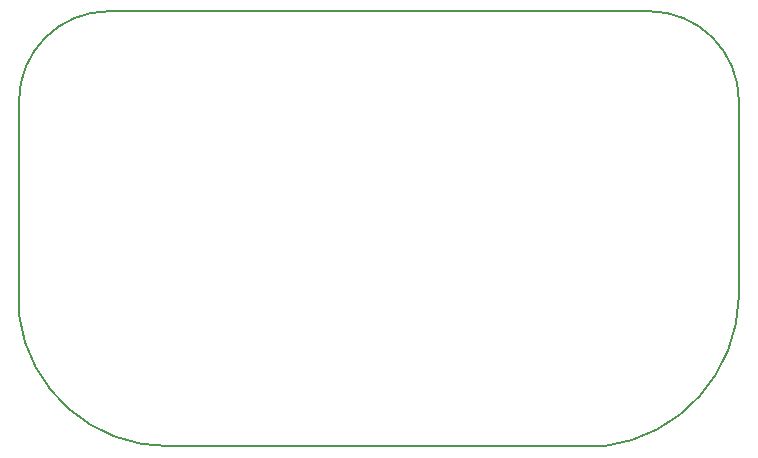
<source format=gbr>
G04 #@! TF.FileFunction,Profile,NP*
%FSLAX46Y46*%
G04 Gerber Fmt 4.6, Leading zero omitted, Abs format (unit mm)*
G04 Created by KiCad (PCBNEW 4.0.6) date 05/20/17 00:50:32*
%MOMM*%
%LPD*%
G01*
G04 APERTURE LIST*
%ADD10C,0.100000*%
%ADD11C,0.150000*%
G04 APERTURE END LIST*
D10*
D11*
X111759624Y-101905287D02*
X111760000Y-93980000D01*
X172720000Y-93980000D02*
X172720000Y-100290000D01*
X111759624Y-101905287D02*
G75*
G03X124460000Y-113030000I12602305J1575287D01*
G01*
X161294856Y-113030000D02*
G75*
G03X172720000Y-100291152I-1618002J12944027D01*
G01*
X124460000Y-113030000D02*
X161290000Y-113030000D01*
X111760000Y-83820000D02*
X111760000Y-93980000D01*
X165100000Y-76200000D02*
X119380000Y-76200000D01*
X172720000Y-93980000D02*
X172720000Y-83820000D01*
X119380000Y-76200000D02*
G75*
G03X111760000Y-83820000I0J-7620000D01*
G01*
X172720000Y-83820000D02*
G75*
G03X165100000Y-76200000I-7620000J0D01*
G01*
M02*

</source>
